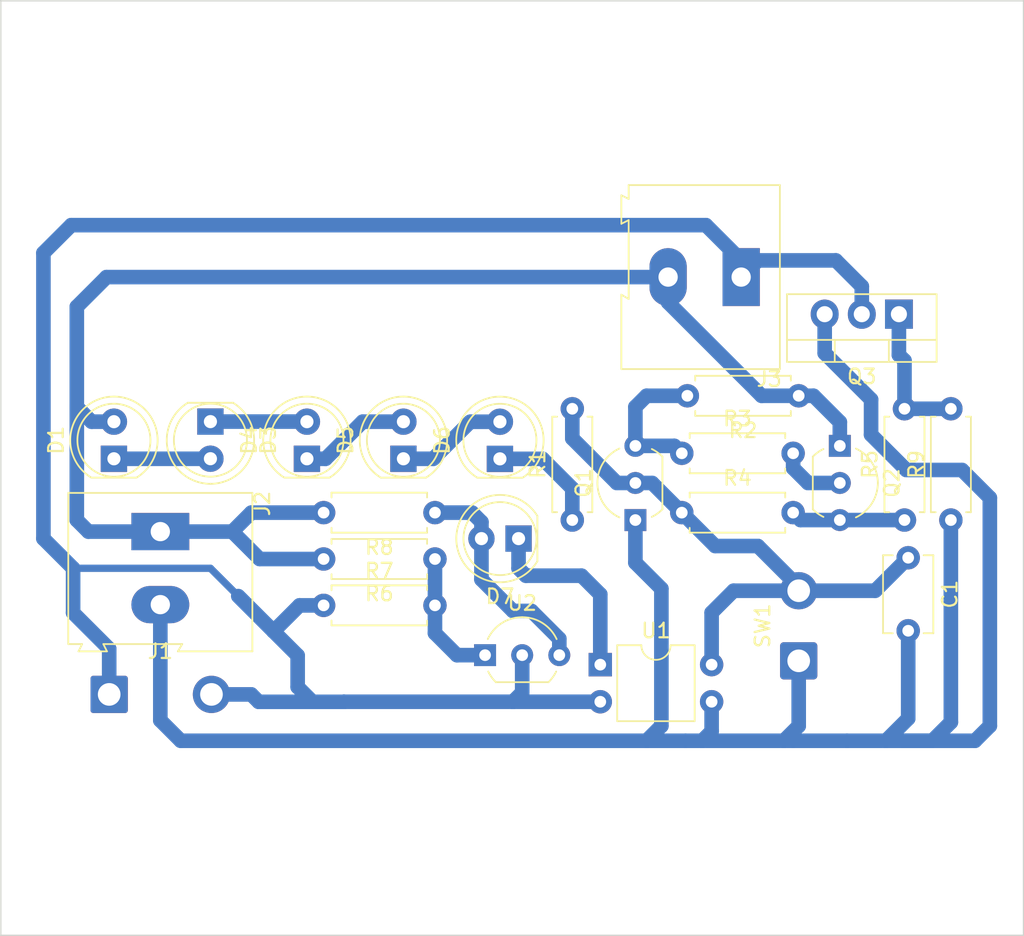
<source format=kicad_pcb>
(kicad_pcb (version 20240108) (generator "pcbnew") (generator_version "8.0")
  (layers (0 "F.Cu" signal) (31 "B.Cu" signal) (34 "B.Paste" user) (35 "F.Paste" user) (36 "B.SilkS" user "B.Silkscreen") (37 "F.SilkS" user "F.Silkscreen") (38 "B.Mask" user) (39 "F.Mask" user) (44 "Edge.Cuts" user))
  (net 0 "")
  (net 1 "Net-(D6-K)")
  (net 2 "Net-(D1-K)")
  (net 3 "Net-(D3-K)")
  (net 4 "Net-(D4-K)")
  (net 5 "Net-(D5-K)")
  (net 6 "/ENABLE")
  (net 7 "Net-(D7-A)")
  (net 8 "Net-(D7-K)")
  (net 9 "GND")
  (net 10 "+BATT")
  (net 11 "GND2")
  (net 12 "Net-(Q1-C)")
  (net 13 "Net-(Q2-C)")
  (net 14 "Net-(Q2-B)")
  (net 15 "Net-(Q3-G)")
  (net 16 "Net-(U2-REF)")
  (footprint "Connector_Wire:SolderWire-0.75sqmm_1x02_P7mm_D1.25mm_OD3.5mm" (layer "F.Cu") (at 58.603 103.378)
    (property "Reference" "J1" (at 3.5 -2.95 0) (layer "F.SilkS"))
    (property "Value" "Conn_01x02_Pin")
    (pad "1" thru_hole roundrect (at 0 0) (size 2.55 2.55) (drill 1.55) (layers "*.Cu" "*.Mask") (roundrect_rratio 0.071429) (net 11 "GND2"))
    (pad "2" thru_hole circle (at 7 0) (size 2.55 2.55) (drill 1.55) (layers "*.Cu" "*.Mask") (net 11 "GND2"))
  )
  (footprint "LED_THT:LED_D5.0mm" (layer "F.Cu") (at 86.619 92.71 180)
    (property "Reference" "D7" (at 1.27 -3.96 180) (layer "F.SilkS"))
    (property "Value" "LED_2V5")
    (fp_line (start -1.29 -1.545) (end -1.29 1.545) (stroke (width 0.12)) (layer "F.SilkS"))
    (fp_arc (start 4.26 -0.000462) (mid 2.072002 2.880433) (end -1.29 1.54483) (stroke (width 0.12)) (layer "F.SilkS"))
    (fp_arc (start -1.29 -1.54483) (mid 2.072002 -2.880433) (end 4.26 0.000462) (stroke (width 0.12)) (layer "F.SilkS"))
    (fp_circle (center 1.27 0) (end 3.77 0) (stroke (width 0.12)) (fill none) (layer "F.SilkS"))
    (pad "1" thru_hole rect (at 0 0 180) (size 1.8 1.8) (drill 0.9) (layers "*.Cu" "*.Mask") (net 8 "Net-(D7-K)"))
    (pad "2" thru_hole circle (at 2.54 0 180) (size 1.8 1.8) (drill 0.9) (layers "*.Cu" "*.Mask") (net 7 "Net-(D7-A)"))
  )
  (footprint "Resistor_THT:R_Axial_DIN0207_L6.3mm_D2.5mm_P7.62mm_Horizontal" (layer "F.Cu") (at 116.205 91.44 90)
    (property "Reference" "R9" (at 3.81 -2.37 -90) (layer "F.SilkS"))
    (property "Value" "100k")
    (fp_line (start 7.08 -1.37) (end 7.08 -1.04) (stroke (width 0.12)) (layer "F.SilkS"))
    (fp_line (start 0.54 -1.37) (end 7.08 -1.37) (stroke (width 0.12)) (layer "F.SilkS"))
    (fp_line (start 0.54 -1.04) (end 0.54 -1.37) (stroke (width 0.12)) (layer "F.SilkS"))
    (fp_line (start 0.54 1.04) (end 0.54 1.37) (stroke (width 0.12)) (layer "F.SilkS"))
    (fp_line (start 7.08 1.37) (end 7.08 1.04) (stroke (width 0.12)) (layer "F.SilkS"))
    (fp_line (start 0.54 1.37) (end 7.08 1.37) (stroke (width 0.12)) (layer "F.SilkS"))
    (pad "1" thru_hole circle (at 0 0 90) (size 1.6 1.6) (drill 0.8) (layers "*.Cu" "*.Mask") (net 9 "GND"))
    (pad "2" thru_hole oval (at 7.62 0 90) (size 1.6 1.6) (drill 0.8) (layers "*.Cu" "*.Mask") (net 15 "Net-(Q3-G)"))
  )
  (footprint "Package_TO_SOT_THT:TO-92_Inline_Wide" (layer "F.Cu") (at 108.606 86.36 -90)
    (property "Reference" "Q2" (at 2.54 -3.56 90) (layer "F.SilkS"))
    (property "Value" "Q_PNP_EBC")
    (fp_line (start 0.74 1.85) (end 4.34 1.85) (stroke (width 0.12)) (layer "F.SilkS"))
    (fp_arc (start 0.74 1.85) (mid 0.446097 1.509328) (end 0.215816 1.122795) (stroke (width 0.12)) (layer "F.SilkS"))
    (fp_arc (start 4.864184 1.122795) (mid 4.633903 1.509328) (end 4.34 1.85) (stroke (width 0.12)) (layer "F.SilkS"))
    (fp_arc (start 0.1836 -1.098807) (mid 1.143021 -2.192817) (end 2.54 -2.6) (stroke (width 0.12)) (layer "F.SilkS"))
    (fp_arc (start 2.54 -2.6) (mid 3.936979 -2.192818) (end 4.8964 -1.098807) (stroke (width 0.12)) (layer "F.SilkS"))
    (pad "1" thru_hole rect (at 0 0 270) (size 1.5 1.5) (drill 0.8) (layers "*.Cu" "*.Mask") (net 10 "+BATT"))
    (pad "2" thru_hole circle (at 2.54 0 270) (size 1.5 1.5) (drill 0.8) (layers "*.Cu" "*.Mask") (net 14 "Net-(Q2-B)"))
    (pad "3" thru_hole circle (at 5.08 0 270) (size 1.5 1.5) (drill 0.8) (layers "*.Cu" "*.Mask") (net 13 "Net-(Q2-C)"))
  )
  (footprint "Package_TO_SOT_THT:TO-92_Inline_Wide" (layer "F.Cu") (at 94.615 91.44 90)
    (property "Reference" "Q1" (at 2.54 -3.56 -90) (layer "F.SilkS"))
    (property "Value" "Q_NPN_EBC")
    (fp_line (start 0.74 1.85) (end 4.34 1.85) (stroke (width 0.12)) (layer "F.SilkS"))
    (fp_arc (start 2.54 -2.6) (mid 3.936979 -2.192818) (end 4.8964 -1.098807) (stroke (width 0.12)) (layer "F.SilkS"))
    (fp_arc (start 0.1836 -1.098807) (mid 1.143021 -2.192817) (end 2.54 -2.6) (stroke (width 0.12)) (layer "F.SilkS"))
    (fp_arc (start 4.864184 1.122795) (mid 4.633903 1.509328) (end 4.34 1.85) (stroke (width 0.12)) (layer "F.SilkS"))
    (fp_arc (start 0.74 1.85) (mid 0.446097 1.509328) (end 0.215816 1.122795) (stroke (width 0.12)) (layer "F.SilkS"))
    (pad "1" thru_hole rect (at 0 0 90) (size 1.5 1.5) (drill 0.8) (layers "*.Cu" "*.Mask") (net 9 "GND"))
    (pad "2" thru_hole circle (at 2.54 0 90) (size 1.5 1.5) (drill 0.8) (layers "*.Cu" "*.Mask") (net 6 "/ENABLE"))
    (pad "3" thru_hole circle (at 5.08 0 90) (size 1.5 1.5) (drill 0.8) (layers "*.Cu" "*.Mask") (net 12 "Net-(Q1-C)"))
  )
  (footprint "LED_THT:LED_D5.0mm" (layer "F.Cu") (at 65.532 84.699 -90)
    (property "Reference" "D3" (at 1.27 -3.96 90) (layer "F.SilkS"))
    (property "Value" "LED_2V5")
    (fp_line (start -1.29 -1.545) (end -1.29 1.545) (stroke (width 0.12)) (layer "F.SilkS"))
    (fp_arc (start 4.26 -0.000462) (mid 2.072002 2.880433) (end -1.29 1.54483) (stroke (width 0.12)) (layer "F.SilkS"))
    (fp_arc (start -1.29 -1.54483) (mid 2.072002 -2.880433) (end 4.26 0.000462) (stroke (width 0.12)) (layer "F.SilkS"))
    (fp_circle (center 1.27 0) (end 3.77 0) (stroke (width 0.12)) (fill none) (layer "F.SilkS"))
    (pad "1" thru_hole rect (at 0 0 270) (size 1.8 1.8) (drill 0.9) (layers "*.Cu" "*.Mask") (net 3 "Net-(D3-K)"))
    (pad "2" thru_hole circle (at 2.54 0 270) (size 1.8 1.8) (drill 0.9) (layers "*.Cu" "*.Mask") (net 2 "Net-(D1-K)"))
  )
  (footprint "LED_THT:LED_D5.0mm" (layer "F.Cu") (at 85.344 87.249 90)
    (property "Reference" "D6" (at 1.27 -3.96 -90) (layer "F.SilkS"))
    (property "Value" "LED_1V8")
    (fp_line (start -1.29 -1.545) (end -1.29 1.545) (stroke (width 0.12)) (layer "F.SilkS"))
    (fp_arc (start -1.29 -1.54483) (mid 2.072002 -2.880433) (end 4.26 0.000462) (stroke (width 0.12)) (layer "F.SilkS"))
    (fp_arc (start 4.26 -0.000462) (mid 2.072002 2.880433) (end -1.29 1.54483) (stroke (width 0.12)) (layer "F.SilkS"))
    (fp_circle (center 1.27 0) (end 3.77 0) (stroke (width 0.12)) (fill none) (layer "F.SilkS"))
    (pad "1" thru_hole rect (at 0 0 90) (size 1.8 1.8) (drill 0.9) (layers "*.Cu" "*.Mask") (net 1 "Net-(D6-K)"))
    (pad "2" thru_hole circle (at 2.54 0 90) (size 1.8 1.8) (drill 0.9) (layers "*.Cu" "*.Mask") (net 5 "Net-(D5-K)"))
  )
  (footprint "Connector_Wire:SolderWire-0.75sqmm_1x02_P4.8mm_D1.25mm_OD2.3mm" (layer "F.Cu") (at 105.791 101.079 90)
    (property "Reference" "SW1" (at 2.4 -2.47 -90) (layer "F.SilkS"))
    (property "Value" "RESET_SW")
    (pad "1" thru_hole roundrect (at 0 0 90) (size 2.55 2.55) (drill 1.55) (layers "*.Cu" "*.Mask") (roundrect_rratio 0.098039) (net 9 "GND"))
    (pad "2" thru_hole circle (at 4.8 0 90) (size 2.55 2.55) (drill 1.55) (layers "*.Cu" "*.Mask") (net 6 "/ENABLE"))
  )
  (footprint "LED_THT:LED_D5.0mm" (layer "F.Cu") (at 58.928 87.244 90)
    (property "Reference" "D1" (at 1.27 -3.96 -90) (layer "F.SilkS"))
    (property "Value" "LED_2V5")
    (fp_line (start -1.29 -1.545) (end -1.29 1.545) (stroke (width 0.12)) (layer "F.SilkS"))
    (fp_arc (start -1.29 -1.54483) (mid 2.072002 -2.880433) (end 4.26 0.000462) (stroke (width 0.12)) (layer "F.SilkS"))
    (fp_arc (start 4.26 -0.000462) (mid 2.072002 2.880433) (end -1.29 1.54483) (stroke (width 0.12)) (layer "F.SilkS"))
    (fp_circle (center 1.27 0) (end 3.77 0) (stroke (width 0.12)) (fill none) (layer "F.SilkS"))
    (pad "1" thru_hole rect (at 0 0 90) (size 1.8 1.8) (drill 0.9) (layers "*.Cu" "*.Mask") (net 2 "Net-(D1-K)"))
    (pad "2" thru_hole circle (at 2.54 0 90) (size 1.8 1.8) (drill 0.9) (layers "*.Cu" "*.Mask") (net 10 "+BATT"))
  )
  (footprint "Package_DIP:DIP-4_W7.62mm" (layer "F.Cu") (at 92.212 101.341)
    (property "Reference" "U1" (at 3.81 -2.33 0) (layer "F.SilkS"))
    (property "Value" "PC817")
    (fp_line (start 1.16 -1.33) (end 1.16 3.87) (stroke (width 0.12)) (layer "F.SilkS"))
    (fp_line (start 1.16 3.87) (end 6.46 3.87) (stroke (width 0.12)) (layer "F.SilkS"))
    (fp_line (start 2.81 -1.33) (end 1.16 -1.33) (stroke (width 0.12)) (layer "F.SilkS"))
    (fp_line (start 6.46 -1.33) (end 4.81 -1.33) (stroke (width 0.12)) (layer "F.SilkS"))
    (fp_line (start 6.46 3.87) (end 6.46 -1.33) (stroke (width 0.12)) (layer "F.SilkS"))
    (fp_arc (start 4.81 -1.33) (mid 3.81 -0.33) (end 2.81 -1.33) (stroke (width 0.12)) (layer "F.SilkS"))
    (pad "1" thru_hole rect (at 0 0) (size 1.6 1.6) (drill 0.8) (layers "*.Cu" "*.Mask") (net 8 "Net-(D7-K)"))
    (pad "2" thru_hole oval (at 0 2.54) (size 1.6 1.6) (drill 0.8) (layers "*.Cu" "*.Mask") (net 11 "GND2"))
    (pad "3" thru_hole oval (at 7.62 2.54) (size 1.6 1.6) (drill 0.8) (layers "*.Cu" "*.Mask") (net 9 "GND"))
    (pad "4" thru_hole oval (at 7.62 0) (size 1.6 1.6) (drill 0.8) (layers "*.Cu" "*.Mask") (net 6 "/ENABLE"))
  )
  (footprint "Capacitor_THT:C_Disc_D5.1mm_W3.2mm_P5.00mm" (layer "F.Cu") (at 113.284 94.02 -90)
    (property "Reference" "C1" (at 2.5 -2.85 90) (layer "F.SilkS"))
    (property "Value" "1u")
    (fp_line (start -0.17 1.721) (end 5.17 1.721) (stroke (width 0.12)) (layer "F.SilkS"))
    (fp_line (start -0.17 1.055) (end -0.17 1.721) (stroke (width 0.12)) (layer "F.SilkS"))
    (fp_line (start 5.17 1.055) (end 5.17 1.721) (stroke (width 0.12)) (layer "F.SilkS"))
    (fp_line (start -0.17 -1.721) (end -0.17 -1.055) (stroke (width 0.12)) (layer "F.SilkS"))
    (fp_line (start -0.17 -1.721) (end 5.17 -1.721) (stroke (width 0.12)) (layer "F.SilkS"))
    (fp_line (start 5.17 -1.721) (end 5.17 -1.055) (stroke (width 0.12)) (layer "F.SilkS"))
    (pad "1" thru_hole circle (at 0 0 270) (size 1.6 1.6) (drill 0.8) (layers "*.Cu" "*.Mask") (net 6 "/ENABLE"))
    (pad "2" thru_hole circle (at 5 0 270) (size 1.6 1.6) (drill 0.8) (layers "*.Cu" "*.Mask") (net 9 "GND"))
  )
  (footprint "Resistor_THT:R_Axial_DIN0207_L6.3mm_D2.5mm_P7.62mm_Horizontal" (layer "F.Cu") (at 80.899 90.932 180)
    (property "Reference" "R8" (at 3.81 -2.37 180) (layer "F.SilkS"))
    (property "Value" "5.6K")
    (fp_line (start 7.08 1.37) (end 7.08 1.04) (stroke (width 0.12)) (layer "F.SilkS"))
    (fp_line (start 7.08 -1.37) (end 7.08 -1.04) (stroke (width 0.12)) (layer "F.SilkS"))
    (fp_line (start 0.54 1.37) (end 7.08 1.37) (stroke (width 0.12)) (layer "F.SilkS"))
    (fp_line (start 0.54 1.04) (end 0.54 1.37) (stroke (width 0.12)) (layer "F.SilkS"))
    (fp_line (start 0.54 -1.04) (end 0.54 -1.37) (stroke (width 0.12)) (layer "F.SilkS"))
    (fp_line (start 0.54 -1.37) (end 7.08 -1.37) (stroke (width 0.12)) (layer "F.SilkS"))
    (pad "1" thru_hole circle (at 0 0 180) (size 1.6 1.6) (drill 0.8) (layers "*.Cu" "*.Mask") (net 7 "Net-(D7-A)"))
    (pad "2" thru_hole oval (at 7.62 0 180) (size 1.6 1.6) (drill 0.8) (layers "*.Cu" "*.Mask") (net 10 "+BATT"))
  )
  (footprint "Resistor_THT:R_Axial_DIN0207_L6.3mm_D2.5mm_P7.62mm_Horizontal" (layer "F.Cu") (at 90.297 91.44 90)
    (property "Reference" "R1" (at 3.81 -2.37 -90) (layer "F.SilkS"))
    (property "Value" "~1-10")
    (fp_line (start 7.08 -1.37) (end 7.08 -1.04) (stroke (width 0.12)) (layer "F.SilkS"))
    (fp_line (start 0.54 -1.37) (end 7.08 -1.37) (stroke (width 0.12)) (layer "F.SilkS"))
    (fp_line (start 0.54 -1.04) (end 0.54 -1.37) (stroke (width 0.12)) (layer "F.SilkS"))
    (fp_line (start 0.54 1.04) (end 0.54 1.37) (stroke (width 0.12)) (layer "F.SilkS"))
    (fp_line (start 7.08 1.37) (end 7.08 1.04) (stroke (width 0.12)) (layer "F.SilkS"))
    (fp_line (start 0.54 1.37) (end 7.08 1.37) (stroke (width 0.12)) (layer "F.SilkS"))
    (pad "1" thru_hole circle (at 0 0 90) (size 1.6 1.6) (drill 0.8) (layers "*.Cu" "*.Mask") (net 1 "Net-(D6-K)"))
    (pad "2" thru_hole oval (at 7.62 0 90) (size 1.6 1.6) (drill 0.8) (layers "*.Cu" "*.Mask") (net 6 "/ENABLE"))
  )
  (footprint "Resistor_THT:R_Axial_DIN0207_L6.3mm_D2.5mm_P7.62mm_Horizontal" (layer "F.Cu") (at 73.279 97.282)
    (property "Reference" "R7" (at 3.81 -2.37 0) (layer "F.SilkS"))
    (property "Value" "2.7K")
    (fp_line (start 0.54 -1.37) (end 7.08 -1.37) (stroke (width 0.12)) (layer "F.SilkS"))
    (fp_line (start 0.54 -1.04) (end 0.54 -1.37) (stroke (width 0.12)) (layer "F.SilkS"))
    (fp_line (start 0.54 1.04) (end 0.54 1.37) (stroke (width 0.12)) (layer "F.SilkS"))
    (fp_line (start 0.54 1.37) (end 7.08 1.37) (stroke (width 0.12)) (layer "F.SilkS"))
    (fp_line (start 7.08 -1.37) (end 7.08 -1.04) (stroke (width 0.12)) (layer "F.SilkS"))
    (fp_line (start 7.08 1.37) (end 7.08 1.04) (stroke (width 0.12)) (layer "F.SilkS"))
    (pad "1" thru_hole circle (at 0 0) (size 1.6 1.6) (drill 0.8) (layers "*.Cu" "*.Mask") (net 11 "GND2"))
    (pad "2" thru_hole oval (at 7.62 0) (size 1.6 1.6) (drill 0.8) (layers "*.Cu" "*.Mask") (net 16 "Net-(U2-REF)"))
  )
  (footprint "LED_THT:LED_D5.0mm" (layer "F.Cu") (at 72.136 87.244 90)
    (property "Reference" "D4" (at 1.27 -3.96 -90) (layer "F.SilkS"))
    (property "Value" "LED_2V5")
    (fp_line (start -1.29 -1.545) (end -1.29 1.545) (stroke (width 0.12)) (layer "F.SilkS"))
    (fp_arc (start -1.29 -1.54483) (mid 2.072002 -2.880433) (end 4.26 0.000462) (stroke (width 0.12)) (layer "F.SilkS"))
    (fp_arc (start 4.26 -0.000462) (mid 2.072002 2.880433) (end -1.29 1.54483) (stroke (width 0.12)) (layer "F.SilkS"))
    (fp_circle (center 1.27 0) (end 3.77 0) (stroke (width 0.12)) (fill none) (layer "F.SilkS"))
    (pad "1" thru_hole rect (at 0 0 90) (size 1.8 1.8) (drill 0.9) (layers "*.Cu" "*.Mask") (net 4 "Net-(D4-K)"))
    (pad "2" thru_hole circle (at 2.54 0 90) (size 1.8 1.8) (drill 0.9) (layers "*.Cu" "*.Mask") (net 3 "Net-(D3-K)"))
  )
  (footprint "Package_TO_SOT_THT:TO-92_Inline_Wide" (layer "F.Cu") (at 84.328 100.69)
    (property "Reference" "U2" (at 2.54 -3.56 0) (layer "F.SilkS"))
    (property "Value" "TL431LP")
    (fp_line (start 0.74 1.85) (end 4.34 1.85) (stroke (width 0.12)) (layer "F.SilkS"))
    (fp_arc (start 0.1836 -1.098807) (mid 1.143021 -2.192817) (end 2.54 -2.6) (stroke (width 0.12)) (layer "F.SilkS"))
    (fp_arc (start 0.74 1.85) (mid 0.446097 1.509328) (end 0.215816 1.122795) (stroke (width 0.12)) (layer "F.SilkS"))
    (fp_arc (start 2.54 -2.6) (mid 3.936979 -2.192818) (end 4.8964 -1.098807) (stroke (width 0.12)) (layer "F.SilkS"))
    (fp_arc (start 4.864184 1.122795) (mid 4.633903 1.509328) (end 4.34 1.85) (stroke (width 0.12)) (layer "F.SilkS"))
    (pad "1" thru_hole rect (at 0 0) (size 1.5 1.5) (drill 0.8) (layers "*.Cu" "*.Mask") (net 16 "Net-(U2-REF)"))
    (pad "2" thru_hole circle (at 2.54 0) (size 1.5 1.5) (drill 0.8) (layers "*.Cu" "*.Mask") (net 11 "GND2"))
    (pad "3" thru_hole circle (at 5.08 0) (size 1.5 1.5) (drill 0.8) (layers "*.Cu" "*.Mask") (net 7 "Net-(D7-A)"))
  )
  (footprint "Resistor_THT:R_Axial_DIN0207_L6.3mm_D2.5mm_P7.62mm_Horizontal" (layer "F.Cu") (at 97.79 90.932)
    (property "Reference" "R4" (at 3.81 -2.37 0) (layer "F.SilkS"))
    (property "Value" "12K")
    (fp_line (start 0.54 -1.37) (end 7.08 -1.37) (stroke (width 0.12)) (layer "F.SilkS"))
    (fp_line (start 0.54 -1.04) (end 0.54 -1.37) (stroke (width 0.12)) (layer "F.SilkS"))
    (fp_line (start 0.54 1.04) (end 0.54 1.37) (stroke (width 0.12)) (layer "F.SilkS"))
    (fp_line (start 0.54 1.37) (end 7.08 1.37) (stroke (width 0.12)) (layer "F.SilkS"))
    (fp_line (start 7.08 -1.37) (end 7.08 -1.04) (stroke (width 0.12)) (layer "F.SilkS"))
    (fp_line (start 7.08 1.37) (end 7.08 1.04) (stroke (width 0.12)) (layer "F.SilkS"))
    (pad "1" thru_hole circle (at 0 0) (size 1.6 1.6) (drill 0.8) (layers "*.Cu" "*.Mask") (net 6 "/ENABLE"))
    (pad "2" thru_hole oval (at 7.62 0) (size 1.6 1.6) (drill 0.8) (layers "*.Cu" "*.Mask") (net 13 "Net-(Q2-C)"))
  )
  (footprint "Resistor_THT:R_Axial_DIN0207_L6.3mm_D2.5mm_P7.62mm_Horizontal" (layer "F.Cu") (at 105.791 82.931 180)
    (property "Reference" "R2" (at 3.81 -2.37 180) (layer "F.SilkS"))
    (property "Value" "12K")
    (fp_line (start 7.08 1.37) (end 7.08 1.04) (stroke (width 0.12)) (layer "F.SilkS"))
    (fp_line (start 7.08 -1.37) (end 7.08 -1.04) (stroke (width 0.12)) (layer "F.SilkS"))
    (fp_line (start 0.54 1.37) (end 7.08 1.37) (stroke (width 0.12)) (layer "F.SilkS"))
    (fp_line (start 0.54 1.04) (end 0.54 1.37) (stroke (width 0.12)) (layer "F.SilkS"))
    (fp_line (start 0.54 -1.04) (end 0.54 -1.37) (stroke (width 0.12)) (layer "F.SilkS"))
    (fp_line (start 0.54 -1.37) (end 7.08 -1.37) (stroke (width 0.12)) (layer "F.SilkS"))
    (pad "1" thru_hole circle (at 0 0 180) (size 1.6 1.6) (drill 0.8) (layers "*.Cu" "*.Mask") (net 10 "+BATT"))
    (pad "2" thru_hole oval (at 7.62 0 180) (size 1.6 1.6) (drill 0.8) (layers "*.Cu" "*.Mask") (net 12 "Net-(Q1-C)"))
  )
  (footprint "TerminalBlock:TerminalBlock_Altech_AK300-2_P5.00mm" (layer "F.Cu") (at 101.854 74.803 180)
    (property "Reference" "J3" (at -1.92 -6.99 180) (layer "F.SilkS"))
    (property "Value" "Screw_Terminal_01x02")
    (fp_line (start 8.2 5.6) (end 8.2 3.7) (stroke (width 0.12)) (layer "F.SilkS"))
    (fp_line (start 8.2 3.7) (end 8.2 3.65) (stroke (width 0.12)) (layer "F.SilkS"))
    (fp_line (start 8.2 3.65) (end 7.7 3.9) (stroke (width 0.12)) (layer "F.SilkS"))
    (fp_line (start 8.2 -1.2) (end 8.2 -6.3) (stroke (width 0.12)) (layer "F.SilkS"))
    (fp_line (start 8.2 -6.3) (end -2.65 -6.3) (stroke (width 0.12)) (layer "F.SilkS"))
    (fp_line (start 7.7 6.3) (end 7.7 5.35) (stroke (width 0.12)) (layer "F.SilkS"))
    (fp_line (start 7.7 5.35) (end 8.2 5.6) (stroke (width 0.12)) (layer "F.SilkS"))
    (fp_line (start 7.7 3.9) (end 7.7 -1.5) (stroke (width 0.12)) (layer "F.SilkS"))
    (fp_line (start 7.7 -1.5) (end 8.2 -1.2) (stroke (width 0.12)) (layer "F.SilkS"))
    (fp_line (start -2.65 6.3) (end 7.7 6.3) (stroke (width 0.12)) (layer "F.SilkS"))
    (fp_line (start -2.65 -6.3) (end -2.65 6.3) (stroke (width 0.12)) (layer "F.SilkS"))
    (pad "1" thru_hole rect (at 0 0 180) (size 2.55 3.96) (drill 1.32) (layers "*.Cu" "*.Mask") (net 11 "GND2"))
    (pad "2" thru_hole oval (at 5 0 180) (size 2.55 3.96) (drill 1.32) (layers "*.Cu" "*.Mask") (net 10 "+BATT"))
  )
  (footprint "Package_TO_SOT_THT:TO-220-3_Vertical" (layer "F.Cu") (at 112.649 77.343 180)
    (property "Reference" "Q3" (at 2.54 -4.27 180) (layer "F.SilkS"))
    (property "Value" "IRF540N")
    (fp_line (start 7.66 -3.27) (end 7.66 1.371) (stroke (width 0.12)) (layer "F.SilkS"))
    (fp_line (start 4.391 -3.27) (end 4.391 -1.76) (stroke (width 0.12)) (layer "F.SilkS"))
    (fp_line (start 0.69 -3.27) (end 0.69 -1.76) (stroke (width 0.12)) (layer "F.SilkS"))
    (fp_line (start -2.58 1.371) (end 7.66 1.371) (stroke (width 0.12)) (layer "F.SilkS"))
    (fp_line (start -2.58 -1.76) (end 7.66 -1.76) (stroke (width 0.12)) (layer "F.SilkS"))
    (fp_line (start -2.58 -3.27) (end 7.66 -3.27) (stroke (width 0.12)) (layer "F.SilkS"))
    (fp_line (start -2.58 -3.27) (end -2.58 1.371) (stroke (width 0.12)) (layer "F.SilkS"))
    (pad "1" thru_hole rect (at 0 0 180) (size 1.905 2) (drill 1.1) (layers "*.Cu" "*.Mask") (net 15 "Net-(Q3-G)"))
    (pad "2" thru_hole oval (at 2.54 0 180) (size 1.905 2) (drill 1.1) (layers "*.Cu" "*.Mask") (net 11 "GND2"))
    (pad "3" thru_hole oval (at 5.08 0 180) (size 1.905 2) (drill 1.1) (layers "*.Cu" "*.Mask") (net 9 "GND"))
  )
  (footprint "Resistor_THT:R_Axial_DIN0207_L6.3mm_D2.5mm_P7.62mm_Horizontal" (layer "F.Cu") (at 113.03 91.44 90)
    (property "Reference" "R5" (at 3.81 -2.37 -90) (layer "F.SilkS"))
    (property "Value" "1K")
    (fp_line (start 7.08 -1.37) (end 7.08 -1.04) (stroke (width 0.12)) (layer "F.SilkS"))
    (fp_line (start 0.54 -1.37) (end 7.08 -1.37) (stroke (width 0.12)) (layer "F.SilkS"))
    (fp_line (start 0.54 -1.04) (end 0.54 -1.37) (stroke (width 0.12)) (layer "F.SilkS"))
    (fp_line (start 0.54 1.04) (end 0.54 1.37) (stroke (width 0.12)) (layer "F.SilkS"))
    (fp_line (start 7.08 1.37) (end 7.08 1.04) (stroke (width 0.12)) (layer "F.SilkS"))
    (fp_line (start 0.54 1.37) (end 7.08 1.37) (stroke (width 0.12)) (layer "F.SilkS"))
    (pad "1" thru_hole circle (at 0 0 90) (size 1.6 1.6) (drill 0.8) (layers "*.Cu" "*.Mask") (net 13 "Net-(Q2-C)"))
    (pad "2" thru_hole oval (at 7.62 0 90) (size 1.6 1.6) (drill 0.8) (layers "*.Cu" "*.Mask") (net 15 "Net-(Q3-G)"))
  )
  (footprint "Resistor_THT:R_Axial_DIN0207_L6.3mm_D2.5mm_P7.62mm_Horizontal" (layer "F.Cu") (at 80.899 94.107 180)
    (property "Reference" "R6" (at 3.81 -2.37 180) (layer "F.SilkS"))
    (property "Value" "10K")
    (fp_line (start 7.08 1.37) (end 7.08 1.04) (stroke (width 0.12)) (layer "F.SilkS"))
    (fp_line (start 7.08 -1.37) (end 7.08 -1.04) (stroke (width 0.12)) (layer "F.SilkS"))
    (fp_line (start 0.54 1.37) (end 7.08 1.37) (stroke (width 0.12)) (layer "F.SilkS"))
    (fp_line (start 0.54 1.04) (end 0.54 1.37) (stroke (width 0.12)) (layer "F.SilkS"))
    (fp_line (start 0.54 -1.04) (end 0.54 -1.37) (stroke (width 0.12)) (layer "F.SilkS"))
    (fp_line (start 0.54 -1.37) (end 7.08 -1.37) (stroke (width 0.12)) (layer "F.SilkS"))
    (pad "1" thru_hole circle (at 0 0 180) (size 1.6 1.6) (drill 0.8) (layers "*.Cu" "*.Mask") (net 16 "Net-(U2-REF)"))
    (pad "2" thru_hole oval (at 7.62 0 180) (size 1.6 1.6) (drill 0.8) (layers "*.Cu" "*.Mask") (net 10 "+BATT"))
  )
  (footprint "LED_THT:LED_D5.0mm" (layer "F.Cu") (at 78.74 87.244 90)
    (property "Reference" "D5" (at 1.27 -3.96 -90) (layer "F.SilkS"))
    (property "Value" "LED_2V5")
    (fp_line (start -1.29 -1.545) (end -1.29 1.545) (stroke (width 0.12)) (layer "F.SilkS"))
    (fp_arc (start -1.29 -1.54483) (mid 2.072002 -2.880433) (end 4.26 0.000462) (stroke (width 0.12)) (layer "F.SilkS"))
    (fp_arc (start 4.26 -0.000462) (mid 2.072002 2.880433) (end -1.29 1.54483) (stroke (width 0.12)) (layer "F.SilkS"))
    (fp_circle (center 1.27 0) (end 3.77 0) (stroke (width 0.12)) (fill none) (layer "F.SilkS"))
    (pad "1" thru_hole rect (at 0 0 90) (size 1.8 1.8) (drill 0.9) (layers "*.Cu" "*.Mask") (net 5 "Net-(D5-K)"))
    (pad "2" thru_hole circle (at 2.54 0 90) (size 1.8 1.8) (drill 0.9) (layers "*.Cu" "*.Mask") (net 4 "Net-(D4-K)"))
  )
  (footprint "TerminalBlock:TerminalBlock_Altech_AK300-2_P5.00mm" (layer "F.Cu") (at 62.103 92.231 -90)
    (property "Reference" "J2" (at -1.92 -6.99 90) (layer "F.SilkS"))
    (property "Value" "Screw_Terminal_01x02")
    (fp_line (start -2.65 6.3) (end 7.7 6.3) (stroke (width 0.12)) (layer "F.SilkS"))
    (fp_line (start 7.7 6.3) (end 7.7 5.35) (stroke (width 0.12)) (layer "F.SilkS"))
    (fp_line (start 8.2 5.6) (end 8.2 3.7) (stroke (width 0.12)) (layer "F.SilkS"))
    (fp_line (start 7.7 5.35) (end 8.2 5.6) (stroke (width 0.12)) (layer "F.SilkS"))
    (fp_line (start 7.7 3.9) (end 7.7 -1.5) (stroke (width 0.12)) (layer "F.SilkS"))
    (fp_line (start 8.2 3.7) (end 8.2 3.65) (stroke (width 0.12)) (layer "F.SilkS"))
    (fp_line (start 8.2 3.65) (end 7.7 3.9) (stroke (width 0.12)) (layer "F.SilkS"))
    (fp_line (start 8.2 -1.2) (end 8.2 -6.3) (stroke (width 0.12)) (layer "F.SilkS"))
    (fp_line (start 7.7 -1.5) (end 8.2 -1.2) (stroke (width 0.12)) (layer "F.SilkS"))
    (fp_line (start -2.65 -6.3) (end -2.65 6.3) (stroke (width 0.12)) (layer "F.SilkS"))
    (fp_line (start 8.2 -6.3) (end -2.65 -6.3) (stroke (width 0.12)) (layer "F.SilkS"))
    (pad "1" thru_hole rect (at 0 0 270) (size 2.55 3.96) (drill 1.32) (layers "*.Cu" "*.Mask") (net 10 "+BATT"))
    (pad "2" thru_hole oval (at 5 0 270) (size 2.55 3.96) (drill 1.32) (layers "*.Cu" "*.Mask") (net 9 "GND"))
  )
  (footprint "Resistor_THT:R_Axial_DIN0207_L6.3mm_D2.5mm_P7.62mm_Horizontal" (layer "F.Cu") (at 97.79 86.868)
    (property "Reference" "R3" (at 3.81 -2.37 0) (layer "F.SilkS"))
    (property "Value" "12K")
    (fp_line (start 0.54 -1.37) (end 7.08 -1.37) (stroke (width 0.12)) (layer "F.SilkS"))
    (fp_line (start 0.54 -1.04) (end 0.54 -1.37) (stroke (width 0.12)) (layer "F.SilkS"))
    (fp_line (start 0.54 1.04) (end 0.54 1.37) (stroke (width 0.12)) (layer "F.SilkS"))
    (fp_line (start 0.54 1.37) (end 7.08 1.37) (stroke (width 0.12)) (layer "F.SilkS"))
    (fp_line (start 7.08 -1.37) (end 7.08 -1.04) (stroke (width 0.12)) (layer "F.SilkS"))
    (fp_line (start 7.08 1.37) (end 7.08 1.04) (stroke (width 0.12)) (layer "F.SilkS"))
    (pad "1" thru_hole circle (at 0 0) (size 1.6 1.6) (drill 0.8) (layers "*.Cu" "*.Mask") (net 12 "Net-(Q1-C)"))
    (pad "2" thru_hole oval (at 7.62 0) (size 1.6 1.6) (drill 0.8) (layers "*.Cu" "*.Mask") (net 14 "Net-(Q2-B)"))
  )
  (gr_rect (start 51.181 55.88) (end 121.181 119.88) (stroke (width 0.1)) (fill none) (layer "Edge.Cuts"))
  (segment (start 90.297 89.281) (end 90.297 91.44) (width 1) (layer "B.Cu") (net 1))
  (segment (start 88.265 87.249) (end 90.297 89.281) (width 1) (layer "B.Cu") (net 1))
  (segment (start 85.344 87.249) (end 88.265 87.249) (width 1) (layer "B.Cu") (net 1))
  (segment (start 65.527 87.244) (end 65.532 87.239) (width 1) (layer "B.Cu") (net 2))
  (segment (start 58.928 87.244) (end 65.527 87.244) (width 1) (layer "B.Cu") (net 2))
  (segment (start 65.532 84.699) (end 72.131 84.699) (width 1) (layer "B.Cu") (net 3))
  (segment (start 72.131 84.699) (end 72.136 84.704) (width 1) (layer "B.Cu") (net 3))
  (segment (start 73.411 87.244) (end 75.951 84.704) (width 1) (layer "B.Cu") (net 4))
  (segment (start 75.951 84.704) (end 78.74 84.704) (width 1) (layer "B.Cu") (net 4))
  (segment (start 72.136 87.244) (end 73.411 87.244) (width 1) (layer "B.Cu") (net 4))
  (segment (start 78.74 87.244) (end 80.777 87.244) (width 1) (layer "B.Cu") (net 5))
  (segment (start 83.312 84.709) (end 85.344 84.709) (width 1) (layer "B.Cu") (net 5))
  (segment (start 80.777 87.244) (end 83.312 84.709) (width 1) (layer "B.Cu") (net 5))
  (segment (start 95.758 88.9) (end 97.79 90.932) (width 1) (layer "B.Cu") (net 6))
  (segment (start 99.832 97.78) (end 101.333 96.279) (width 1) (layer "B.Cu") (net 6))
  (segment (start 94.615 88.9) (end 95.758 88.9) (width 1) (layer "B.Cu") (net 6))
  (segment (start 111.025 96.279) (end 113.284 94.02) (width 1) (layer "B.Cu") (net 6))
  (segment (start 105.791 96.012) (end 105.791 96.279) (width 1) (layer "B.Cu") (net 6))
  (segment (start 90.297 83.82) (end 90.297 85.852) (width 1) (layer "B.Cu") (net 6))
  (segment (start 105.791 96.279) (end 111.025 96.279) (width 1) (layer "B.Cu") (net 6))
  (segment (start 90.297 85.852) (end 93.345 88.9) (width 1) (layer "B.Cu") (net 6))
  (segment (start 93.345 88.9) (end 94.615 88.9) (width 1) (layer "B.Cu") (net 6))
  (segment (start 97.79 90.932) (end 100.076 93.218) (width 1) (layer "B.Cu") (net 6))
  (segment (start 102.997 93.218) (end 105.791 96.012) (width 1) (layer "B.Cu") (net 6))
  (segment (start 101.333 96.279) (end 105.791 96.279) (width 1) (layer "B.Cu") (net 6))
  (segment (start 100.076 93.218) (end 102.997 93.218) (width 1) (layer "B.Cu") (net 6))
  (segment (start 99.832 101.341) (end 99.832 97.78) (width 1) (layer "B.Cu") (net 6))
  (segment (start 89.408 99.568) (end 87.503 97.663) (width 1) (layer "B.Cu") (net 7))
  (segment (start 84.079 95.509) (end 84.079 92.71) (width 1) (layer "B.Cu") (net 7))
  (segment (start 89.408 100.69) (end 89.408 99.568) (width 1) (layer "B.Cu") (net 7))
  (segment (start 80.899 90.932) (end 83.439 90.932) (width 1) (layer "B.Cu") (net 7))
  (segment (start 87.503 97.663) (end 86.233 97.663) (width 1) (layer "B.Cu") (net 7))
  (segment (start 84.079 91.572) (end 84.079 92.71) (width 1) (layer "B.Cu") (net 7))
  (segment (start 86.233 97.663) (end 84.079 95.509) (width 1) (layer "B.Cu") (net 7))
  (segment (start 83.439 90.932) (end 84.079 91.572) (width 1) (layer "B.Cu") (net 7))
  (segment (start 92.212 96.53) (end 90.932 95.25) (width 1) (layer "B.Cu") (net 8))
  (segment (start 86.619 94.747) (end 86.619 92.71) (width 1) (layer "B.Cu") (net 8))
  (segment (start 92.212 101.341) (end 92.212 96.53) (width 1) (layer "B.Cu") (net 8))
  (segment (start 90.932 95.25) (end 87.122 95.25) (width 1) (layer "B.Cu") (net 8))
  (segment (start 87.122 95.25) (end 86.619 94.747) (width 1) (layer "B.Cu") (net 8))
  (segment (start 98.044 106.553) (end 99.187 106.553) (width 1) (layer "B.Cu") (net 9))
  (segment (start 105.791 101.079) (end 105.791 105.537) (width 1) (layer "B.Cu") (net 9))
  (segment (start 107.569 77.343) (end 107.569 80.01) (width 1) (layer "B.Cu") (net 9))
  (segment (start 99.832 103.881) (end 99.832 105.908) (width 1) (layer "B.Cu") (net 9))
  (segment (start 96.393 105.537) (end 95.377 106.553) (width 1) (layer "B.Cu") (net 9))
  (segment (start 107.569 80.01) (end 110.744 83.185) (width 1) (layer "B.Cu") (net 9))
  (segment (start 116.967 88.011) (end 118.872 89.916) (width 1) (layer "B.Cu") (net 9))
  (segment (start 94.615 91.44) (end 94.615 94.361) (width 1) (layer "B.Cu") (net 9))
  (segment (start 94.615 94.361) (end 96.393 96.139) (width 1) (layer "B.Cu") (net 9))
  (segment (start 113.284 99.02) (end 113.284 105.029) (width 1) (layer "B.Cu") (net 9))
  (segment (start 111.76 106.553) (end 109.093 106.553) (width 1) (layer "B.Cu") (net 9))
  (segment (start 99.187 106.553) (end 104.775 106.553) (width 1) (layer "B.Cu") (net 9))
  (segment (start 113.157 88.011) (end 116.967 88.011) (width 1) (layer "B.Cu") (net 9))
  (segment (start 118.872 105.537) (end 117.856 106.553) (width 1) (layer "B.Cu") (net 9))
  (segment (start 112.903 106.553) (end 111.76 106.553) (width 1) (layer "B.Cu") (net 9))
  (segment (start 116.205 105.283) (end 114.935 106.553) (width 1) (layer "B.Cu") (net 9))
  (segment (start 116.205 91.44) (end 116.205 105.283) (width 1) (layer "B.Cu") (net 9))
  (segment (start 99.832 105.908) (end 99.187 106.553) (width 1) (layer "B.Cu") (net 9))
  (segment (start 109.093 106.553) (end 105.41 106.553) (width 1) (layer "B.Cu") (net 9))
  (segment (start 117.856 106.553) (end 112.903 106.553) (width 1) (layer "B.Cu") (net 9))
  (segment (start 104.775 106.553) (end 105.41 106.553) (width 1) (layer "B.Cu") (net 9))
  (segment (start 110.744 85.598) (end 113.157 88.011) (width 1) (layer "B.Cu") (net 9))
  (segment (start 62.103 105.156) (end 63.5 106.553) (width 1) (layer "B.Cu") (net 9))
  (segment (start 118.872 89.916) (end 118.872 105.537) (width 1) (layer "B.Cu") (net 9))
  (segment (start 110.744 83.185) (end 110.744 85.598) (width 1) (layer "B.Cu") (net 9))
  (segment (start 62.103 97.231) (end 62.103 105.156) (width 1) (layer "B.Cu") (net 9))
  (segment (start 105.791 105.537) (end 104.775 106.553) (width 1) (layer "B.Cu") (net 9))
  (segment (start 113.284 105.029) (end 111.76 106.553) (width 1) (layer "B.Cu") (net 9))
  (segment (start 114.935 106.553) (end 112.903 106.553) (width 1) (layer "B.Cu") (net 9))
  (segment (start 63.5 106.553) (end 95.377 106.553) (width 1) (layer "B.Cu") (net 9))
  (segment (start 95.377 106.553) (end 98.044 106.553) (width 1) (layer "B.Cu") (net 9))
  (segment (start 96.393 96.139) (end 96.393 105.537) (width 1) (layer "B.Cu") (net 9))
  (segment (start 68.326 90.932) (end 73.279 90.932) (width 1) (layer "B.Cu") (net 10))
  (segment (start 103.251 82.931) (end 96.854 76.534) (width 1) (layer "B.Cu") (net 10))
  (segment (start 96.266 75.946) (end 96.266 74.803) (width 1) (layer "B.Cu") (net 10))
  (segment (start 57.179 92.231) (end 56.388 91.44) (width 1) (layer "B.Cu") (net 10))
  (segment (start 68.903 94.107) (end 67.027 92.231) (width 1) (layer "B.Cu") (net 10))
  (segment (start 56.388 91.44) (end 56.388 83.693) (width 1) (layer "B.Cu") (net 10))
  (segment (start 56.388 83.693) (end 56.388 76.835) (width 1) (layer "B.Cu") (net 10))
  (segment (start 105.791 82.931) (end 106.807 82.931) (width 1) (layer "B.Cu") (net 10))
  (segment (start 73.279 94.107) (end 68.903 94.107) (width 1) (layer "B.Cu") (net 10))
  (segment (start 105.791 82.931) (end 103.251 82.931) (width 1) (layer "B.Cu") (net 10))
  (segment (start 58.928 84.704) (end 57.399 84.704) (width 1) (layer "B.Cu") (net 10))
  (segment (start 106.807 82.931) (end 108.606 84.73) (width 1) (layer "B.Cu") (net 10))
  (segment (start 108.606 84.73) (end 108.606 86.36) (width 1) (layer "B.Cu") (net 10))
  (segment (start 62.103 92.231) (end 57.179 92.231) (width 1) (layer "B.Cu") (net 10))
  (segment (start 67.027 92.231) (end 68.326 90.932) (width 1) (layer "B.Cu") (net 10))
  (segment (start 96.854 76.534) (end 96.854 74.803) (width 1) (layer "B.Cu") (net 10))
  (segment (start 56.388 76.835) (end 58.42 74.803) (width 1) (layer "B.Cu") (net 10))
  (segment (start 57.399 84.704) (end 56.388 83.693) (width 1) (layer "B.Cu") (net 10))
  (segment (start 62.103 92.231) (end 67.027 92.231) (width 1) (layer "B.Cu") (net 10))
  (segment (start 96.854 74.803) (end 58.42 74.803) (width 1) (layer "B.Cu") (net 10))
  (segment (start 71.501 100.711) (end 71.501 102.87) (width 1) (layer "B.Cu") (net 11))
  (segment (start 102.997 73.66) (end 101.854 74.803) (width 1) (layer "B.Cu") (net 11))
  (segment (start 74.666 103.886) (end 74.671 103.881) (width 1) (layer "B.Cu") (net 11))
  (segment (start 54.102 92.71) (end 56.134 94.742) (width 1) (layer "B.Cu") (net 11))
  (segment (start 99.441 71.247) (end 56.007 71.247) (width 1) (layer "B.Cu") (net 11))
  (segment (start 110.109 77.343) (end 110.109 75.438) (width 1) (layer "B.Cu") (net 11))
  (segment (start 86.868 103.246) (end 86.233 103.881) (width 1) (layer "B.Cu") (net 11))
  (segment (start 108.331 73.66) (end 102.997 73.66) (width 1) (layer "B.Cu") (net 11))
  (segment (start 54.102 73.152) (end 54.102 92.71) (width 1) (layer "B.Cu") (net 11))
  (segment (start 56.134 97.79) (end 56.134 94.742) (width 1) (layer "B.Cu") (net 11))
  (segment (start 58.603 103.378) (end 58.603 100.259) (width 1) (layer "B.Cu") (net 11))
  (segment (start 110.109 75.438) (end 108.331 73.66) (width 1) (layer "B.Cu") (net 11))
  (segment (start 101.854 73.66) (end 99.441 71.247) (width 1) (layer "B.Cu") (net 11))
  (segment (start 68.326 103.378) (end 68.834 103.886) (width 1) (layer "B.Cu") (net 11))
  (segment (start 58.603 100.259) (end 56.134 97.79) (width 1) (layer "B.Cu") (net 11))
  (segment (start 73.279 97.282) (end 71.628 97.282) (width 1) (layer "B.Cu") (net 11))
  (segment (start 56.134 94.742) (end 65.532 94.742) (width 0.5) (layer "B.Cu") (net 11))
  (segment (start 86.868 100.69) (end 86.868 103.246) (width 1) (layer "B.Cu") (net 11))
  (segment (start 65.603 103.378) (end 68.326 103.378) (width 1) (layer "B.Cu") (net 11))
  (segment (start 67.437 96.647) (end 69.85 99.06) (width 1) (layer "B.Cu") (net 11))
  (segment (start 74.671 103.881) (end 86.233 103.881) (width 1) (layer "B.Cu") (net 11))
  (segment (start 56.007 71.247) (end 54.102 73.152) (width 1) (layer "B.Cu") (net 11))
  (segment (start 65.532 94.742) (end 67.437 96.647) (width 0.5) (layer "B.Cu") (net 11))
  (segment (start 71.501 102.87) (end 72.517 103.886) (width 1) (layer "B.Cu") (net 11))
  (segment (start 86.233 103.881) (end 92.212 103.881) (width 1) (layer "B.Cu") (net 11))
  (segment (start 72.517 103.886) (end 74.666 103.886) (width 1) (layer "B.Cu") (net 11))
  (segment (start 101.854 74.803) (end 101.854 73.66) (width 1) (layer "B.Cu") (net 11))
  (segment (start 69.85 99.06) (end 71.501 100.711) (width 1) (layer "B.Cu") (net 11))
  (segment (start 71.628 97.282) (end 69.85 99.06) (width 1) (layer "B.Cu") (net 11))
  (segment (start 68.834 103.886) (end 72.517 103.886) (width 1) (layer "B.Cu") (net 11))
  (segment (start 95.377 82.931) (end 94.615 83.693) (width 1) (layer "B.Cu") (net 12))
  (segment (start 97.282 86.36) (end 97.79 86.868) (width 1) (layer "B.Cu") (net 12))
  (segment (start 98.171 82.931) (end 95.377 82.931) (width 1) (layer "B.Cu") (net 12))
  (segment (start 94.615 83.693) (end 94.615 86.36) (width 1) (layer "B.Cu") (net 12))
  (segment (start 94.615 86.36) (end 97.282 86.36) (width 1) (layer "B.Cu") (net 12))
  (segment (start 105.918 91.44) (end 108.606 91.44) (width 1) (layer "B.Cu") (net 13))
  (segment (start 108.606 91.44) (end 113.03 91.44) (width 1) (layer "B.Cu") (net 13))
  (segment (start 105.41 90.932) (end 105.918 91.44) (width 1) (layer "B.Cu") (net 13))
  (segment (start 106.426 88.9) (end 108.606 88.9) (width 1) (layer "B.Cu") (net 14))
  (segment (start 105.41 86.868) (end 105.41 87.884) (width 1) (layer "B.Cu") (net 14))
  (segment (start 105.41 87.884) (end 106.426 88.9) (width 1) (layer "B.Cu") (net 14))
  (segment (start 113.03 83.82) (end 116.205 83.82) (width 1) (layer "B.Cu") (net 15))
  (segment (start 113.03 80.518) (end 113.03 83.82) (width 1) (layer "B.Cu") (net 15))
  (segment (start 112.649 77.343) (end 112.649 80.137) (width 1) (layer "B.Cu") (net 15))
  (segment (start 112.649 80.137) (end 113.03 80.518) (width 1) (layer "B.Cu") (net 15))
  (segment (start 80.899 99.187) (end 82.402 100.69) (width 1) (layer "B.Cu") (net 16))
  (segment (start 80.899 94.107) (end 80.899 97.282) (width 1) (layer "B.Cu") (net 16))
  (segment (start 82.402 100.69) (end 84.328 100.69) (width 1) (layer "B.Cu") (net 16))
  (segment (start 80.899 97.282) (end 80.899 99.187) (width 1) (layer "B.Cu") (net 16))
)
</source>
